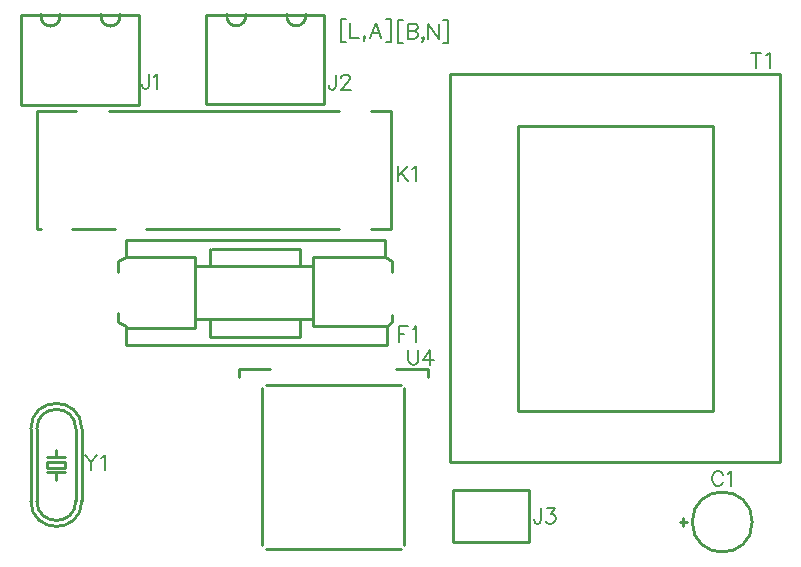
<source format=gto>
G04 DipTrace 2.4.0.2*
%INlayout____.GTO*%
%MOIN*%
%ADD10C,0.0098*%
%ADD113C,0.0077*%
%FSLAX44Y44*%
G04*
G70*
G90*
G75*
G01*
%LNTopSilk*%
%LPD*%
X22126Y1164D2*
D10*
Y1401D1*
X22008Y1282D2*
X22244D1*
X22426D2*
G02X22426Y1282I1000J0D01*
G01*
X12422Y8186D2*
Y7937D1*
X12235Y7812D1*
Y7187D1*
X3547D1*
Y7812D1*
X3297Y7937D1*
Y8249D1*
X12235Y7812D2*
X9797D1*
X12422Y9624D2*
Y9999D1*
X12173Y10124D1*
Y10687D1*
X3547D1*
Y10124D1*
X3297Y9999D1*
Y9624D1*
X3547Y10124D2*
X5860D1*
Y7749D1*
X3547D2*
X5860D1*
X12173Y10124D2*
X9797D1*
Y7812D1*
X9735Y8062D2*
X5860D1*
X9797Y9812D2*
X5860D1*
X9359Y9874D2*
Y10374D1*
X6422D1*
X6361D2*
Y9812D1*
X9359Y8062D2*
Y7436D1*
X6361D1*
Y8062D1*
X3972Y15198D2*
X35D1*
Y18191D1*
X3972D1*
Y15198D1*
X3347Y18191D2*
G02X2722Y18191I-312J-62D01*
G01*
X1347D2*
G02X722Y18191I-312J-62D01*
G01*
X10163Y15207D2*
X6226D1*
Y18199D1*
X10163D1*
Y15207D1*
X9538Y18199D2*
G02X8913Y18199I-312J-62D01*
G01*
X7538D2*
G02X6913Y18199I-312J-62D01*
G01*
X16972Y623D2*
X14453D1*
Y2355D1*
X16972D1*
Y623D1*
X584Y11044D2*
X702D1*
X12396Y14981D2*
Y11044D1*
X11708D1*
X12396Y14981D2*
X11708D1*
X10646D2*
X2986D1*
X1884D2*
X584D1*
X583D2*
Y11044D1*
X1766D2*
X3183D1*
X4207D2*
X10646D1*
X23114Y14469D2*
X16613D1*
Y4969D1*
X23114D1*
Y14469D1*
X25363Y16219D2*
X14363D1*
Y3282D1*
X25363D1*
Y16219D1*
X13612Y6372D2*
Y6121D1*
X7312Y6370D2*
Y6119D1*
X8362Y6372D2*
X7312Y6370D1*
X13612Y6372D2*
X12555Y6370D1*
X8100Y5739D2*
Y504D1*
X8218Y385D2*
X12706D1*
Y5858D2*
X8218D1*
X12824Y504D2*
Y5739D1*
X2078Y1986D2*
Y4386D1*
X378Y1986D2*
Y4386D1*
X1878Y1986D2*
Y4386D1*
X578D2*
Y1986D1*
X928Y3086D2*
Y3286D1*
X1528D1*
Y3086D1*
X928D1*
Y3436D2*
X1228D1*
X1528D1*
X928Y2936D2*
X1228D1*
X1528D1*
X1228Y3436D2*
Y3686D1*
Y2936D2*
Y2686D1*
X378Y1986D2*
G03X2078Y1986I850J0D01*
G01*
Y4386D2*
G03X378Y4386I-850J0D01*
G01*
X578Y1986D2*
G03X1878Y1986I650J0D01*
G01*
Y4386D2*
G03X578Y4386I-650J0D01*
G01*
X23448Y2864D2*
D113*
X23424Y2911D1*
X23376Y2959D1*
X23328Y2983D1*
X23233D1*
X23185Y2959D1*
X23137Y2911D1*
X23113Y2864D1*
X23089Y2792D1*
Y2672D1*
X23113Y2601D1*
X23137Y2553D1*
X23185Y2505D1*
X23233Y2481D1*
X23328D1*
X23376Y2505D1*
X23424Y2553D1*
X23448Y2601D1*
X23602Y2887D2*
X23650Y2911D1*
X23722Y2983D1*
Y2481D1*
X12949Y7801D2*
X12638D1*
Y7298D1*
Y7561D2*
X12829D1*
X13103Y7704D2*
X13152Y7729D1*
X13223Y7800D1*
Y7298D1*
X4317Y16214D2*
Y15832D1*
X4293Y15760D1*
X4269Y15736D1*
X4221Y15712D1*
X4173D1*
X4126Y15736D1*
X4102Y15760D1*
X4077Y15832D1*
Y15879D1*
X4471Y16118D2*
X4519Y16142D1*
X4591Y16214D1*
Y15712D1*
X10879Y18057D2*
X10712D1*
Y17293D1*
X10879D1*
X11033Y17926D2*
Y17424D1*
X11320D1*
X11523Y17448D2*
X11498Y17424D1*
X11475Y17448D1*
X11498Y17472D1*
X11523Y17448D1*
Y17400D1*
X11498Y17352D1*
X11475Y17328D1*
X12060Y17424D2*
X11868Y17926D1*
X11677Y17424D1*
X11749Y17592D2*
X11988D1*
X12215Y18057D2*
X12382D1*
Y17293D1*
X12215D1*
X10547Y16199D2*
Y15816D1*
X10523Y15744D1*
X10499Y15721D1*
X10452Y15696D1*
X10404D1*
X10356Y15721D1*
X10332Y15744D1*
X10308Y15816D1*
Y15864D1*
X10726Y16079D2*
Y16103D1*
X10750Y16151D1*
X10773Y16174D1*
X10822Y16198D1*
X10917D1*
X10965Y16174D1*
X10988Y16151D1*
X11013Y16103D1*
Y16055D1*
X10988Y16007D1*
X10941Y15936D1*
X10702Y15696D1*
X11037D1*
X12787Y18023D2*
X12619D1*
Y17258D1*
X12787D1*
X12941Y17892D2*
Y17389D1*
X13157D1*
X13229Y17414D1*
X13253Y17437D1*
X13276Y17485D1*
Y17557D1*
X13253Y17605D1*
X13229Y17629D1*
X13157Y17652D1*
X13229Y17677D1*
X13253Y17700D1*
X13276Y17748D1*
Y17796D1*
X13253Y17844D1*
X13229Y17868D1*
X13157Y17892D1*
X12941D1*
Y17652D2*
X13157D1*
X13479Y17413D2*
X13454Y17389D1*
X13431Y17413D1*
X13454Y17437D1*
X13479Y17413D1*
Y17366D1*
X13454Y17317D1*
X13431Y17294D1*
X13968Y17892D2*
Y17389D1*
X13633Y17892D1*
Y17389D1*
X14122Y18023D2*
X14290D1*
Y17258D1*
X14122D1*
X17383Y1733D2*
Y1351D1*
X17359Y1279D1*
X17335Y1255D1*
X17287Y1231D1*
X17239D1*
X17192Y1255D1*
X17168Y1279D1*
X17144Y1351D1*
Y1398D1*
X17585Y1733D2*
X17848D1*
X17705Y1541D1*
X17777D1*
X17824Y1518D1*
X17848Y1494D1*
X17872Y1422D1*
Y1375D1*
X17848Y1303D1*
X17800Y1255D1*
X17728Y1231D1*
X17657D1*
X17585Y1255D1*
X17562Y1279D1*
X17537Y1326D1*
X12607Y13139D2*
Y12636D1*
X12942Y13139D2*
X12607Y12804D1*
X12726Y12924D2*
X12942Y12636D1*
X13096Y13043D2*
X13144Y13067D1*
X13216Y13138D1*
Y12636D1*
X24563Y16931D2*
Y16428D1*
X24395Y16931D2*
X24730D1*
X24884Y16834D2*
X24933Y16859D1*
X25004Y16930D1*
Y16428D1*
X12962Y7032D2*
Y6674D1*
X12986Y6602D1*
X13034Y6554D1*
X13105Y6530D1*
X13153D1*
X13225Y6554D1*
X13273Y6602D1*
X13297Y6674D1*
Y7032D1*
X13690Y6530D2*
Y7032D1*
X13451Y6697D1*
X13810D1*
X2191Y3512D2*
X2383Y3272D1*
Y3009D1*
X2574Y3512D2*
X2383Y3272D1*
X2728Y3416D2*
X2776Y3440D1*
X2848Y3511D1*
Y3009D1*
M02*

</source>
